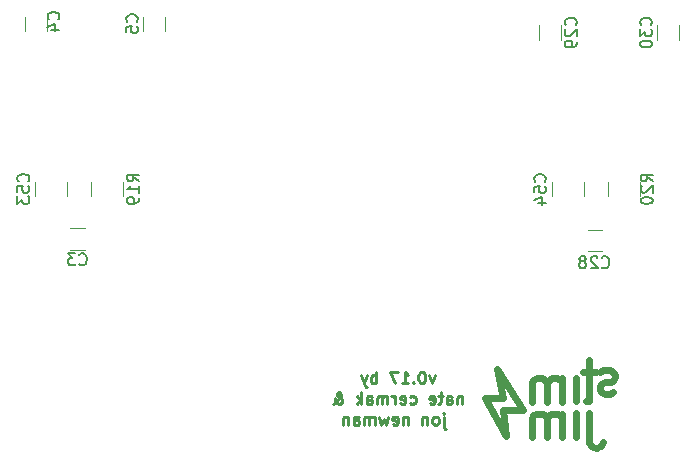
<source format=gbo>
G04 #@! TF.GenerationSoftware,KiCad,Pcbnew,5.0.2-bee76a0~70~ubuntu18.04.1*
G04 #@! TF.CreationDate,2019-03-24T20:45:15+02:00*
G04 #@! TF.ProjectId,stimjim,7374696d-6a69-46d2-9e6b-696361645f70,rev?*
G04 #@! TF.SameCoordinates,Original*
G04 #@! TF.FileFunction,Legend,Bot*
G04 #@! TF.FilePolarity,Positive*
%FSLAX46Y46*%
G04 Gerber Fmt 4.6, Leading zero omitted, Abs format (unit mm)*
G04 Created by KiCad (PCBNEW 5.0.2-bee76a0~70~ubuntu18.04.1) date Sun Mar 24 20:45:15 2019*
%MOMM*%
%LPD*%
G01*
G04 APERTURE LIST*
%ADD10C,0.600000*%
%ADD11C,0.250000*%
%ADD12C,0.120000*%
%ADD13C,0.150000*%
G04 APERTURE END LIST*
D10*
X129854262Y-134236096D02*
G75*
G03X131050666Y-134216513I596405J119582D01*
G01*
X129850666Y-131716514D02*
X129850666Y-133966514D01*
X127535714Y-133758308D02*
X127535714Y-131758308D01*
X127535714Y-132044023D02*
X127392857Y-131901166D01*
X127107142Y-131758308D01*
X126678571Y-131758308D01*
X126392857Y-131901166D01*
X126250000Y-132186880D01*
X126250000Y-133758308D01*
X126250000Y-132186880D02*
X126107142Y-131901166D01*
X125821428Y-131758308D01*
X125392857Y-131758308D01*
X125107142Y-131901166D01*
X124964285Y-132186880D01*
X124964285Y-133758308D01*
X129850666Y-130716514D02*
X129600666Y-130716514D01*
X128700666Y-131716514D02*
X128700666Y-133716514D01*
X130707808Y-128252228D02*
X130993523Y-128109371D01*
X131564951Y-128109371D01*
X131850666Y-128252228D01*
X131993523Y-128537942D01*
X131993523Y-128680799D01*
X131850666Y-128966514D01*
X131564951Y-129109371D01*
X131136380Y-129109371D01*
X130850666Y-129252228D01*
X130707808Y-129537942D01*
X130707808Y-129680799D01*
X130850666Y-129966514D01*
X131136380Y-130109371D01*
X131564951Y-130109371D01*
X131850666Y-129966514D01*
D11*
X116750000Y-128535714D02*
X116511904Y-129202380D01*
X116273809Y-128535714D01*
X115702380Y-128202380D02*
X115607142Y-128202380D01*
X115511904Y-128250000D01*
X115464285Y-128297619D01*
X115416666Y-128392857D01*
X115369047Y-128583333D01*
X115369047Y-128821428D01*
X115416666Y-129011904D01*
X115464285Y-129107142D01*
X115511904Y-129154761D01*
X115607142Y-129202380D01*
X115702380Y-129202380D01*
X115797619Y-129154761D01*
X115845238Y-129107142D01*
X115892857Y-129011904D01*
X115940476Y-128821428D01*
X115940476Y-128583333D01*
X115892857Y-128392857D01*
X115845238Y-128297619D01*
X115797619Y-128250000D01*
X115702380Y-128202380D01*
X114940476Y-129107142D02*
X114892857Y-129154761D01*
X114940476Y-129202380D01*
X114988095Y-129154761D01*
X114940476Y-129107142D01*
X114940476Y-129202380D01*
X113940476Y-129202380D02*
X114511904Y-129202380D01*
X114226190Y-129202380D02*
X114226190Y-128202380D01*
X114321428Y-128345238D01*
X114416666Y-128440476D01*
X114511904Y-128488095D01*
X113607142Y-128202380D02*
X112940476Y-128202380D01*
X113369047Y-129202380D01*
X111797619Y-129202380D02*
X111797619Y-128202380D01*
X111797619Y-128583333D02*
X111702380Y-128535714D01*
X111511904Y-128535714D01*
X111416666Y-128583333D01*
X111369047Y-128630952D01*
X111321428Y-128726190D01*
X111321428Y-129011904D01*
X111369047Y-129107142D01*
X111416666Y-129154761D01*
X111511904Y-129202380D01*
X111702380Y-129202380D01*
X111797619Y-129154761D01*
X110988095Y-128535714D02*
X110750000Y-129202380D01*
X110511904Y-128535714D02*
X110750000Y-129202380D01*
X110845238Y-129440476D01*
X110892857Y-129488095D01*
X110988095Y-129535714D01*
X119083333Y-130285714D02*
X119083333Y-130952380D01*
X119083333Y-130380952D02*
X119035714Y-130333333D01*
X118940476Y-130285714D01*
X118797619Y-130285714D01*
X118702380Y-130333333D01*
X118654761Y-130428571D01*
X118654761Y-130952380D01*
X117750000Y-130952380D02*
X117750000Y-130428571D01*
X117797619Y-130333333D01*
X117892857Y-130285714D01*
X118083333Y-130285714D01*
X118178571Y-130333333D01*
X117750000Y-130904761D02*
X117845238Y-130952380D01*
X118083333Y-130952380D01*
X118178571Y-130904761D01*
X118226190Y-130809523D01*
X118226190Y-130714285D01*
X118178571Y-130619047D01*
X118083333Y-130571428D01*
X117845238Y-130571428D01*
X117750000Y-130523809D01*
X117416666Y-130285714D02*
X117035714Y-130285714D01*
X117273809Y-129952380D02*
X117273809Y-130809523D01*
X117226190Y-130904761D01*
X117130952Y-130952380D01*
X117035714Y-130952380D01*
X116321428Y-130904761D02*
X116416666Y-130952380D01*
X116607142Y-130952380D01*
X116702380Y-130904761D01*
X116750000Y-130809523D01*
X116750000Y-130428571D01*
X116702380Y-130333333D01*
X116607142Y-130285714D01*
X116416666Y-130285714D01*
X116321428Y-130333333D01*
X116273809Y-130428571D01*
X116273809Y-130523809D01*
X116750000Y-130619047D01*
X114654761Y-130904761D02*
X114750000Y-130952380D01*
X114940476Y-130952380D01*
X115035714Y-130904761D01*
X115083333Y-130857142D01*
X115130952Y-130761904D01*
X115130952Y-130476190D01*
X115083333Y-130380952D01*
X115035714Y-130333333D01*
X114940476Y-130285714D01*
X114750000Y-130285714D01*
X114654761Y-130333333D01*
X113845238Y-130904761D02*
X113940476Y-130952380D01*
X114130952Y-130952380D01*
X114226190Y-130904761D01*
X114273809Y-130809523D01*
X114273809Y-130428571D01*
X114226190Y-130333333D01*
X114130952Y-130285714D01*
X113940476Y-130285714D01*
X113845238Y-130333333D01*
X113797619Y-130428571D01*
X113797619Y-130523809D01*
X114273809Y-130619047D01*
X113369047Y-130952380D02*
X113369047Y-130285714D01*
X113369047Y-130476190D02*
X113321428Y-130380952D01*
X113273809Y-130333333D01*
X113178571Y-130285714D01*
X113083333Y-130285714D01*
X112750000Y-130952380D02*
X112750000Y-130285714D01*
X112750000Y-130380952D02*
X112702380Y-130333333D01*
X112607142Y-130285714D01*
X112464285Y-130285714D01*
X112369047Y-130333333D01*
X112321428Y-130428571D01*
X112321428Y-130952380D01*
X112321428Y-130428571D02*
X112273809Y-130333333D01*
X112178571Y-130285714D01*
X112035714Y-130285714D01*
X111940476Y-130333333D01*
X111892857Y-130428571D01*
X111892857Y-130952380D01*
X110988095Y-130952380D02*
X110988095Y-130428571D01*
X111035714Y-130333333D01*
X111130952Y-130285714D01*
X111321428Y-130285714D01*
X111416666Y-130333333D01*
X110988095Y-130904761D02*
X111083333Y-130952380D01*
X111321428Y-130952380D01*
X111416666Y-130904761D01*
X111464285Y-130809523D01*
X111464285Y-130714285D01*
X111416666Y-130619047D01*
X111321428Y-130571428D01*
X111083333Y-130571428D01*
X110988095Y-130523809D01*
X110511904Y-130952380D02*
X110511904Y-129952380D01*
X110416666Y-130571428D02*
X110130952Y-130952380D01*
X110130952Y-130285714D02*
X110511904Y-130666666D01*
X108130952Y-130952380D02*
X108178571Y-130952380D01*
X108273809Y-130904761D01*
X108416666Y-130761904D01*
X108654761Y-130476190D01*
X108750000Y-130333333D01*
X108797619Y-130190476D01*
X108797619Y-130095238D01*
X108750000Y-130000000D01*
X108654761Y-129952380D01*
X108607142Y-129952380D01*
X108511904Y-130000000D01*
X108464285Y-130095238D01*
X108464285Y-130142857D01*
X108511904Y-130238095D01*
X108559523Y-130285714D01*
X108845238Y-130476190D01*
X108892857Y-130523809D01*
X108940476Y-130619047D01*
X108940476Y-130761904D01*
X108892857Y-130857142D01*
X108845238Y-130904761D01*
X108750000Y-130952380D01*
X108607142Y-130952380D01*
X108511904Y-130904761D01*
X108464285Y-130857142D01*
X108321428Y-130666666D01*
X108273809Y-130523809D01*
X108273809Y-130428571D01*
X117511904Y-132035714D02*
X117511904Y-132892857D01*
X117559523Y-132988095D01*
X117654761Y-133035714D01*
X117702380Y-133035714D01*
X117511904Y-131702380D02*
X117559523Y-131750000D01*
X117511904Y-131797619D01*
X117464285Y-131750000D01*
X117511904Y-131702380D01*
X117511904Y-131797619D01*
X116892857Y-132702380D02*
X116988095Y-132654761D01*
X117035714Y-132607142D01*
X117083333Y-132511904D01*
X117083333Y-132226190D01*
X117035714Y-132130952D01*
X116988095Y-132083333D01*
X116892857Y-132035714D01*
X116750000Y-132035714D01*
X116654761Y-132083333D01*
X116607142Y-132130952D01*
X116559523Y-132226190D01*
X116559523Y-132511904D01*
X116607142Y-132607142D01*
X116654761Y-132654761D01*
X116750000Y-132702380D01*
X116892857Y-132702380D01*
X116130952Y-132035714D02*
X116130952Y-132702380D01*
X116130952Y-132130952D02*
X116083333Y-132083333D01*
X115988095Y-132035714D01*
X115845238Y-132035714D01*
X115750000Y-132083333D01*
X115702380Y-132178571D01*
X115702380Y-132702380D01*
X114464285Y-132035714D02*
X114464285Y-132702380D01*
X114464285Y-132130952D02*
X114416666Y-132083333D01*
X114321428Y-132035714D01*
X114178571Y-132035714D01*
X114083333Y-132083333D01*
X114035714Y-132178571D01*
X114035714Y-132702380D01*
X113178571Y-132654761D02*
X113273809Y-132702380D01*
X113464285Y-132702380D01*
X113559523Y-132654761D01*
X113607142Y-132559523D01*
X113607142Y-132178571D01*
X113559523Y-132083333D01*
X113464285Y-132035714D01*
X113273809Y-132035714D01*
X113178571Y-132083333D01*
X113130952Y-132178571D01*
X113130952Y-132273809D01*
X113607142Y-132369047D01*
X112797619Y-132035714D02*
X112607142Y-132702380D01*
X112416666Y-132226190D01*
X112226190Y-132702380D01*
X112035714Y-132035714D01*
X111654761Y-132702380D02*
X111654761Y-132035714D01*
X111654761Y-132130952D02*
X111607142Y-132083333D01*
X111511904Y-132035714D01*
X111369047Y-132035714D01*
X111273809Y-132083333D01*
X111226190Y-132178571D01*
X111226190Y-132702380D01*
X111226190Y-132178571D02*
X111178571Y-132083333D01*
X111083333Y-132035714D01*
X110940476Y-132035714D01*
X110845238Y-132083333D01*
X110797619Y-132178571D01*
X110797619Y-132702380D01*
X109892857Y-132702380D02*
X109892857Y-132178571D01*
X109940476Y-132083333D01*
X110035714Y-132035714D01*
X110226190Y-132035714D01*
X110321428Y-132083333D01*
X109892857Y-132654761D02*
X109988095Y-132702380D01*
X110226190Y-132702380D01*
X110321428Y-132654761D01*
X110369047Y-132559523D01*
X110369047Y-132464285D01*
X110321428Y-132369047D01*
X110226190Y-132321428D01*
X109988095Y-132321428D01*
X109892857Y-132273809D01*
X109416666Y-132035714D02*
X109416666Y-132702380D01*
X109416666Y-132130952D02*
X109369047Y-132083333D01*
X109273809Y-132035714D01*
X109130952Y-132035714D01*
X109035714Y-132083333D01*
X108988095Y-132178571D01*
X108988095Y-132702380D01*
D10*
X128700666Y-128716514D02*
X128700666Y-130716514D01*
X127535714Y-130758308D02*
X127535714Y-128758308D01*
X127535714Y-129044023D02*
X127392857Y-128901166D01*
X127107142Y-128758308D01*
X126678571Y-128758308D01*
X126392857Y-128901166D01*
X126250000Y-129186880D01*
X126250000Y-130758308D01*
X126250000Y-129186880D02*
X126107142Y-128901166D01*
X125821428Y-128758308D01*
X125392857Y-128758308D01*
X125107142Y-128901166D01*
X124964285Y-129186880D01*
X124964285Y-130758308D01*
X130400666Y-128216514D02*
X129300666Y-128216514D01*
X129850666Y-130716514D02*
X129850666Y-127216514D01*
X121000000Y-130451166D02*
X122500000Y-130451166D01*
X122500000Y-130451166D02*
X122000000Y-127951166D01*
X122750000Y-133701166D02*
X121000000Y-130451166D01*
X122000000Y-127951166D02*
X124250000Y-131451166D01*
X124250000Y-131451166D02*
X122500000Y-131451166D01*
X122500000Y-131451166D02*
X122750000Y-133701166D01*
X129850666Y-133966514D02*
X129850666Y-134216514D01*
D12*
G04 #@! TO.C,C53*
X85610000Y-112135436D02*
X85610000Y-113339564D01*
X82890000Y-112135436D02*
X82890000Y-113339564D01*
G04 #@! TO.C,C54*
X126640000Y-112160436D02*
X126640000Y-113364564D01*
X129360000Y-112160436D02*
X129360000Y-113364564D01*
G04 #@! TO.C,R19*
X90360000Y-112147936D02*
X90360000Y-113352064D01*
X87640000Y-112147936D02*
X87640000Y-113352064D01*
G04 #@! TO.C,R20*
X131390000Y-112147936D02*
X131390000Y-113352064D01*
X134110000Y-112147936D02*
X134110000Y-113352064D01*
G04 #@! TO.C,C29*
X127410000Y-100102064D02*
X127410000Y-98897936D01*
X125590000Y-100102064D02*
X125590000Y-98897936D01*
G04 #@! TO.C,C28*
X130902064Y-118010000D02*
X129697936Y-118010000D01*
X130902064Y-116190000D02*
X129697936Y-116190000D01*
G04 #@! TO.C,C30*
X135590000Y-98897936D02*
X135590000Y-100102064D01*
X137410000Y-98897936D02*
X137410000Y-100102064D01*
G04 #@! TO.C,C4*
X82090000Y-99352064D02*
X82090000Y-98147936D01*
X83910000Y-99352064D02*
X83910000Y-98147936D01*
G04 #@! TO.C,C5*
X92090000Y-98147936D02*
X92090000Y-99352064D01*
X93910000Y-98147936D02*
X93910000Y-99352064D01*
G04 #@! TO.C,C3*
X87102064Y-117910000D02*
X85897936Y-117910000D01*
X87102064Y-116090000D02*
X85897936Y-116090000D01*
G04 #@! TO.C,C53*
D13*
X82327142Y-112094642D02*
X82374761Y-112047023D01*
X82422380Y-111904166D01*
X82422380Y-111808928D01*
X82374761Y-111666071D01*
X82279523Y-111570833D01*
X82184285Y-111523214D01*
X81993809Y-111475595D01*
X81850952Y-111475595D01*
X81660476Y-111523214D01*
X81565238Y-111570833D01*
X81470000Y-111666071D01*
X81422380Y-111808928D01*
X81422380Y-111904166D01*
X81470000Y-112047023D01*
X81517619Y-112094642D01*
X81422380Y-112999404D02*
X81422380Y-112523214D01*
X81898571Y-112475595D01*
X81850952Y-112523214D01*
X81803333Y-112618452D01*
X81803333Y-112856547D01*
X81850952Y-112951785D01*
X81898571Y-112999404D01*
X81993809Y-113047023D01*
X82231904Y-113047023D01*
X82327142Y-112999404D01*
X82374761Y-112951785D01*
X82422380Y-112856547D01*
X82422380Y-112618452D01*
X82374761Y-112523214D01*
X82327142Y-112475595D01*
X81422380Y-113380357D02*
X81422380Y-113999404D01*
X81803333Y-113666071D01*
X81803333Y-113808928D01*
X81850952Y-113904166D01*
X81898571Y-113951785D01*
X81993809Y-113999404D01*
X82231904Y-113999404D01*
X82327142Y-113951785D01*
X82374761Y-113904166D01*
X82422380Y-113808928D01*
X82422380Y-113523214D01*
X82374761Y-113427976D01*
X82327142Y-113380357D01*
G04 #@! TO.C,C54*
X126077142Y-112119642D02*
X126124761Y-112072023D01*
X126172380Y-111929166D01*
X126172380Y-111833928D01*
X126124761Y-111691071D01*
X126029523Y-111595833D01*
X125934285Y-111548214D01*
X125743809Y-111500595D01*
X125600952Y-111500595D01*
X125410476Y-111548214D01*
X125315238Y-111595833D01*
X125220000Y-111691071D01*
X125172380Y-111833928D01*
X125172380Y-111929166D01*
X125220000Y-112072023D01*
X125267619Y-112119642D01*
X125172380Y-113024404D02*
X125172380Y-112548214D01*
X125648571Y-112500595D01*
X125600952Y-112548214D01*
X125553333Y-112643452D01*
X125553333Y-112881547D01*
X125600952Y-112976785D01*
X125648571Y-113024404D01*
X125743809Y-113072023D01*
X125981904Y-113072023D01*
X126077142Y-113024404D01*
X126124761Y-112976785D01*
X126172380Y-112881547D01*
X126172380Y-112643452D01*
X126124761Y-112548214D01*
X126077142Y-112500595D01*
X125505714Y-113929166D02*
X126172380Y-113929166D01*
X125124761Y-113691071D02*
X125839047Y-113452976D01*
X125839047Y-114072023D01*
G04 #@! TO.C,R19*
X91702380Y-112107142D02*
X91226190Y-111773809D01*
X91702380Y-111535714D02*
X90702380Y-111535714D01*
X90702380Y-111916666D01*
X90750000Y-112011904D01*
X90797619Y-112059523D01*
X90892857Y-112107142D01*
X91035714Y-112107142D01*
X91130952Y-112059523D01*
X91178571Y-112011904D01*
X91226190Y-111916666D01*
X91226190Y-111535714D01*
X91702380Y-113059523D02*
X91702380Y-112488095D01*
X91702380Y-112773809D02*
X90702380Y-112773809D01*
X90845238Y-112678571D01*
X90940476Y-112583333D01*
X90988095Y-112488095D01*
X91702380Y-113535714D02*
X91702380Y-113726190D01*
X91654761Y-113821428D01*
X91607142Y-113869047D01*
X91464285Y-113964285D01*
X91273809Y-114011904D01*
X90892857Y-114011904D01*
X90797619Y-113964285D01*
X90750000Y-113916666D01*
X90702380Y-113821428D01*
X90702380Y-113630952D01*
X90750000Y-113535714D01*
X90797619Y-113488095D01*
X90892857Y-113440476D01*
X91130952Y-113440476D01*
X91226190Y-113488095D01*
X91273809Y-113535714D01*
X91321428Y-113630952D01*
X91321428Y-113821428D01*
X91273809Y-113916666D01*
X91226190Y-113964285D01*
X91130952Y-114011904D01*
G04 #@! TO.C,R20*
X135202380Y-112107142D02*
X134726190Y-111773809D01*
X135202380Y-111535714D02*
X134202380Y-111535714D01*
X134202380Y-111916666D01*
X134250000Y-112011904D01*
X134297619Y-112059523D01*
X134392857Y-112107142D01*
X134535714Y-112107142D01*
X134630952Y-112059523D01*
X134678571Y-112011904D01*
X134726190Y-111916666D01*
X134726190Y-111535714D01*
X134297619Y-112488095D02*
X134250000Y-112535714D01*
X134202380Y-112630952D01*
X134202380Y-112869047D01*
X134250000Y-112964285D01*
X134297619Y-113011904D01*
X134392857Y-113059523D01*
X134488095Y-113059523D01*
X134630952Y-113011904D01*
X135202380Y-112440476D01*
X135202380Y-113059523D01*
X134202380Y-113678571D02*
X134202380Y-113773809D01*
X134250000Y-113869047D01*
X134297619Y-113916666D01*
X134392857Y-113964285D01*
X134583333Y-114011904D01*
X134821428Y-114011904D01*
X135011904Y-113964285D01*
X135107142Y-113916666D01*
X135154761Y-113869047D01*
X135202380Y-113773809D01*
X135202380Y-113678571D01*
X135154761Y-113583333D01*
X135107142Y-113535714D01*
X135011904Y-113488095D01*
X134821428Y-113440476D01*
X134583333Y-113440476D01*
X134392857Y-113488095D01*
X134297619Y-113535714D01*
X134250000Y-113583333D01*
X134202380Y-113678571D01*
G04 #@! TO.C,C29*
X128677142Y-98857142D02*
X128724761Y-98809523D01*
X128772380Y-98666666D01*
X128772380Y-98571428D01*
X128724761Y-98428571D01*
X128629523Y-98333333D01*
X128534285Y-98285714D01*
X128343809Y-98238095D01*
X128200952Y-98238095D01*
X128010476Y-98285714D01*
X127915238Y-98333333D01*
X127820000Y-98428571D01*
X127772380Y-98571428D01*
X127772380Y-98666666D01*
X127820000Y-98809523D01*
X127867619Y-98857142D01*
X127867619Y-99238095D02*
X127820000Y-99285714D01*
X127772380Y-99380952D01*
X127772380Y-99619047D01*
X127820000Y-99714285D01*
X127867619Y-99761904D01*
X127962857Y-99809523D01*
X128058095Y-99809523D01*
X128200952Y-99761904D01*
X128772380Y-99190476D01*
X128772380Y-99809523D01*
X128772380Y-100285714D02*
X128772380Y-100476190D01*
X128724761Y-100571428D01*
X128677142Y-100619047D01*
X128534285Y-100714285D01*
X128343809Y-100761904D01*
X127962857Y-100761904D01*
X127867619Y-100714285D01*
X127820000Y-100666666D01*
X127772380Y-100571428D01*
X127772380Y-100380952D01*
X127820000Y-100285714D01*
X127867619Y-100238095D01*
X127962857Y-100190476D01*
X128200952Y-100190476D01*
X128296190Y-100238095D01*
X128343809Y-100285714D01*
X128391428Y-100380952D01*
X128391428Y-100571428D01*
X128343809Y-100666666D01*
X128296190Y-100714285D01*
X128200952Y-100761904D01*
G04 #@! TO.C,C28*
X130892857Y-119357142D02*
X130940476Y-119404761D01*
X131083333Y-119452380D01*
X131178571Y-119452380D01*
X131321428Y-119404761D01*
X131416666Y-119309523D01*
X131464285Y-119214285D01*
X131511904Y-119023809D01*
X131511904Y-118880952D01*
X131464285Y-118690476D01*
X131416666Y-118595238D01*
X131321428Y-118500000D01*
X131178571Y-118452380D01*
X131083333Y-118452380D01*
X130940476Y-118500000D01*
X130892857Y-118547619D01*
X130511904Y-118547619D02*
X130464285Y-118500000D01*
X130369047Y-118452380D01*
X130130952Y-118452380D01*
X130035714Y-118500000D01*
X129988095Y-118547619D01*
X129940476Y-118642857D01*
X129940476Y-118738095D01*
X129988095Y-118880952D01*
X130559523Y-119452380D01*
X129940476Y-119452380D01*
X129369047Y-118880952D02*
X129464285Y-118833333D01*
X129511904Y-118785714D01*
X129559523Y-118690476D01*
X129559523Y-118642857D01*
X129511904Y-118547619D01*
X129464285Y-118500000D01*
X129369047Y-118452380D01*
X129178571Y-118452380D01*
X129083333Y-118500000D01*
X129035714Y-118547619D01*
X128988095Y-118642857D01*
X128988095Y-118690476D01*
X129035714Y-118785714D01*
X129083333Y-118833333D01*
X129178571Y-118880952D01*
X129369047Y-118880952D01*
X129464285Y-118928571D01*
X129511904Y-118976190D01*
X129559523Y-119071428D01*
X129559523Y-119261904D01*
X129511904Y-119357142D01*
X129464285Y-119404761D01*
X129369047Y-119452380D01*
X129178571Y-119452380D01*
X129083333Y-119404761D01*
X129035714Y-119357142D01*
X128988095Y-119261904D01*
X128988095Y-119071428D01*
X129035714Y-118976190D01*
X129083333Y-118928571D01*
X129178571Y-118880952D01*
G04 #@! TO.C,C30*
X135037142Y-98857142D02*
X135084761Y-98809523D01*
X135132380Y-98666666D01*
X135132380Y-98571428D01*
X135084761Y-98428571D01*
X134989523Y-98333333D01*
X134894285Y-98285714D01*
X134703809Y-98238095D01*
X134560952Y-98238095D01*
X134370476Y-98285714D01*
X134275238Y-98333333D01*
X134180000Y-98428571D01*
X134132380Y-98571428D01*
X134132380Y-98666666D01*
X134180000Y-98809523D01*
X134227619Y-98857142D01*
X134132380Y-99190476D02*
X134132380Y-99809523D01*
X134513333Y-99476190D01*
X134513333Y-99619047D01*
X134560952Y-99714285D01*
X134608571Y-99761904D01*
X134703809Y-99809523D01*
X134941904Y-99809523D01*
X135037142Y-99761904D01*
X135084761Y-99714285D01*
X135132380Y-99619047D01*
X135132380Y-99333333D01*
X135084761Y-99238095D01*
X135037142Y-99190476D01*
X134132380Y-100428571D02*
X134132380Y-100523809D01*
X134180000Y-100619047D01*
X134227619Y-100666666D01*
X134322857Y-100714285D01*
X134513333Y-100761904D01*
X134751428Y-100761904D01*
X134941904Y-100714285D01*
X135037142Y-100666666D01*
X135084761Y-100619047D01*
X135132380Y-100523809D01*
X135132380Y-100428571D01*
X135084761Y-100333333D01*
X135037142Y-100285714D01*
X134941904Y-100238095D01*
X134751428Y-100190476D01*
X134513333Y-100190476D01*
X134322857Y-100238095D01*
X134227619Y-100285714D01*
X134180000Y-100333333D01*
X134132380Y-100428571D01*
G04 #@! TO.C,C4*
X84872143Y-98388334D02*
X84919762Y-98340715D01*
X84967381Y-98197858D01*
X84967381Y-98102620D01*
X84919762Y-97959762D01*
X84824524Y-97864524D01*
X84729286Y-97816905D01*
X84538810Y-97769286D01*
X84395953Y-97769286D01*
X84205477Y-97816905D01*
X84110239Y-97864524D01*
X84015001Y-97959762D01*
X83967381Y-98102620D01*
X83967381Y-98197858D01*
X84015001Y-98340715D01*
X84062620Y-98388334D01*
X84300715Y-99245477D02*
X84967381Y-99245477D01*
X83919762Y-99007381D02*
X84634048Y-98769286D01*
X84634048Y-99388334D01*
G04 #@! TO.C,C5*
X91537142Y-98583333D02*
X91584761Y-98535714D01*
X91632380Y-98392857D01*
X91632380Y-98297619D01*
X91584761Y-98154761D01*
X91489523Y-98059523D01*
X91394285Y-98011904D01*
X91203809Y-97964285D01*
X91060952Y-97964285D01*
X90870476Y-98011904D01*
X90775238Y-98059523D01*
X90680000Y-98154761D01*
X90632380Y-98297619D01*
X90632380Y-98392857D01*
X90680000Y-98535714D01*
X90727619Y-98583333D01*
X90632380Y-99488095D02*
X90632380Y-99011904D01*
X91108571Y-98964285D01*
X91060952Y-99011904D01*
X91013333Y-99107142D01*
X91013333Y-99345238D01*
X91060952Y-99440476D01*
X91108571Y-99488095D01*
X91203809Y-99535714D01*
X91441904Y-99535714D01*
X91537142Y-99488095D01*
X91584761Y-99440476D01*
X91632380Y-99345238D01*
X91632380Y-99107142D01*
X91584761Y-99011904D01*
X91537142Y-98964285D01*
G04 #@! TO.C,C3*
X86666666Y-119107142D02*
X86714285Y-119154761D01*
X86857142Y-119202380D01*
X86952380Y-119202380D01*
X87095238Y-119154761D01*
X87190476Y-119059523D01*
X87238095Y-118964285D01*
X87285714Y-118773809D01*
X87285714Y-118630952D01*
X87238095Y-118440476D01*
X87190476Y-118345238D01*
X87095238Y-118250000D01*
X86952380Y-118202380D01*
X86857142Y-118202380D01*
X86714285Y-118250000D01*
X86666666Y-118297619D01*
X86333333Y-118202380D02*
X85714285Y-118202380D01*
X86047619Y-118583333D01*
X85904761Y-118583333D01*
X85809523Y-118630952D01*
X85761904Y-118678571D01*
X85714285Y-118773809D01*
X85714285Y-119011904D01*
X85761904Y-119107142D01*
X85809523Y-119154761D01*
X85904761Y-119202380D01*
X86190476Y-119202380D01*
X86285714Y-119154761D01*
X86333333Y-119107142D01*
G04 #@! TD*
M02*

</source>
